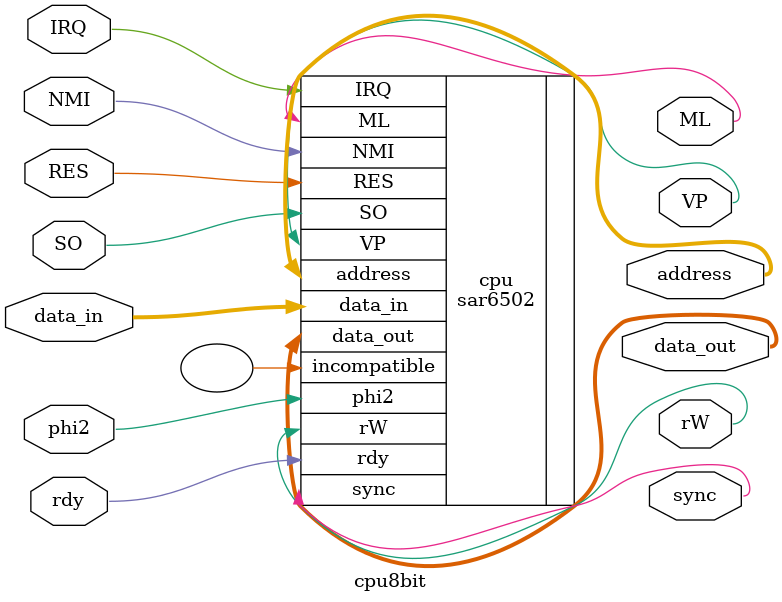
<source format=sv>
`timescale 1ns / 1ps


module cpu8bit(
    input phi2,
    input [7:0] data_in,
    input RES,
    input rdy,
    input IRQ,
    input NMI,
    input SO,
    output [15:0] address,
    output [7:0] data_out,
    output rW,
    output VP,
    output ML,
    output sync
    );

sar6502#(.CPU_VARIANT(0))
    cpu(
        .phi2(phi2),
        .data_in(data_in),
        .RES(RES),
        .rdy(rdy),
        .IRQ(IRQ),
        .NMI(NMI),
        .SO(SO),
        .address(address),
        .data_out(data_out),
        .rW(rW),
        .VP(VP),
        .ML(ML),
        .sync(sync),
        .incompatible()
    );

endmodule

</source>
